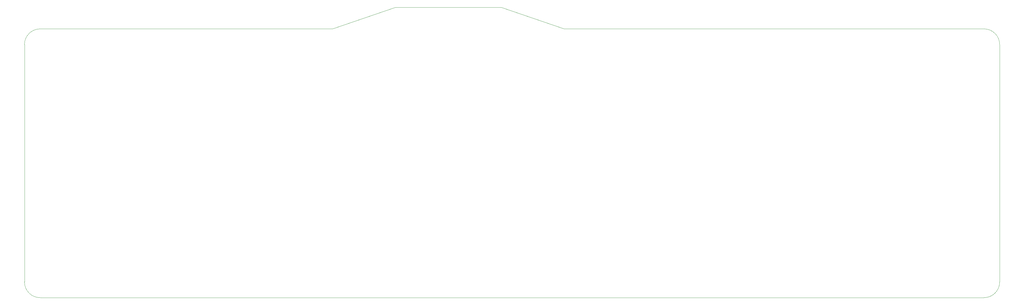
<source format=gm1>
G04 #@! TF.GenerationSoftware,KiCad,Pcbnew,(5.1.12)-1*
G04 #@! TF.CreationDate,2024-09-28T15:58:51+01:00*
G04 #@! TF.ProjectId,Keyboard,4b657962-6f61-4726-942e-6b696361645f,rev?*
G04 #@! TF.SameCoordinates,Original*
G04 #@! TF.FileFunction,Profile,NP*
%FSLAX46Y46*%
G04 Gerber Fmt 4.6, Leading zero omitted, Abs format (unit mm)*
G04 Created by KiCad (PCBNEW (5.1.12)-1) date 2024-09-28 15:58:51*
%MOMM*%
%LPD*%
G01*
G04 APERTURE LIST*
G04 #@! TA.AperFunction,Profile*
%ADD10C,0.050000*%
G04 #@! TD*
G04 APERTURE END LIST*
D10*
X365125000Y-76835000D02*
G75*
G02*
X370205000Y-81915000I0J-5080000D01*
G01*
X365125000Y-76835000D02*
X229235000Y-76835000D01*
X59690000Y-76835000D02*
X154305000Y-76835000D01*
X174625000Y-69850000D02*
X154305000Y-76835000D01*
X208915000Y-69850000D02*
X229235000Y-76835000D01*
X174625000Y-69850000D02*
X208915000Y-69850000D01*
X370205000Y-158750000D02*
X370205000Y-81915000D01*
X370205000Y-158750000D02*
G75*
G02*
X365125000Y-163830000I-5080000J0D01*
G01*
X59690000Y-163830000D02*
X365125000Y-163830000D01*
X59690000Y-163830000D02*
G75*
G02*
X54610000Y-158750000I0J5080000D01*
G01*
X54610000Y-81915000D02*
X54610000Y-158750000D01*
X54610000Y-81915000D02*
G75*
G02*
X59690000Y-76835000I5080000J0D01*
G01*
M02*

</source>
